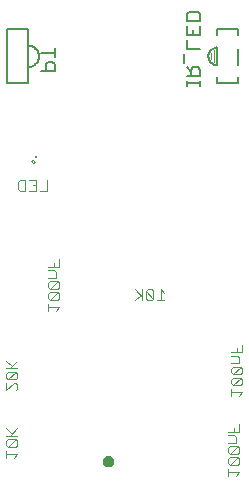
<source format=gbo>
G75*
%MOIN*%
%OFA0B0*%
%FSLAX24Y24*%
%IPPOS*%
%LPD*%
%AMOC8*
5,1,8,0,0,1.08239X$1,22.5*
%
%ADD10C,0.0160*%
%ADD11C,0.0025*%
%ADD12C,0.0098*%
%ADD13C,0.0040*%
%ADD14C,0.0060*%
%ADD15C,0.0020*%
%ADD16C,0.0050*%
%ADD17C,0.0030*%
D10*
X003600Y000800D02*
X003602Y000820D01*
X003608Y000838D01*
X003617Y000856D01*
X003629Y000871D01*
X003644Y000883D01*
X003662Y000892D01*
X003680Y000898D01*
X003700Y000900D01*
X003720Y000898D01*
X003738Y000892D01*
X003756Y000883D01*
X003771Y000871D01*
X003783Y000856D01*
X003792Y000838D01*
X003798Y000820D01*
X003800Y000800D01*
X003798Y000780D01*
X003792Y000762D01*
X003783Y000744D01*
X003771Y000729D01*
X003756Y000717D01*
X003738Y000708D01*
X003720Y000702D01*
X003700Y000700D01*
X003680Y000702D01*
X003662Y000708D01*
X003644Y000717D01*
X003629Y000729D01*
X003617Y000744D01*
X003608Y000762D01*
X003602Y000780D01*
X003600Y000800D01*
D11*
X001210Y010731D02*
X001269Y010790D01*
X001200Y010859D01*
X001141Y010800D01*
X001210Y010731D01*
D12*
X001308Y010957D03*
D13*
X001312Y010180D02*
X001071Y010180D01*
X000943Y010180D02*
X000943Y009820D01*
X000763Y009820D01*
X000703Y009880D01*
X000703Y010120D01*
X000763Y010180D01*
X000943Y010180D01*
X001071Y009820D02*
X001312Y009820D01*
X001312Y010180D01*
X001312Y010000D02*
X001192Y010000D01*
X001440Y009820D02*
X001680Y009820D01*
X001680Y010180D01*
D14*
X001050Y013400D02*
X001050Y015200D01*
X000350Y015200D01*
X000350Y013400D01*
X001050Y013400D01*
X001050Y013950D02*
X001087Y013952D01*
X001123Y013958D01*
X001158Y013967D01*
X001192Y013980D01*
X001225Y013997D01*
X001256Y014017D01*
X001284Y014040D01*
X001310Y014066D01*
X001333Y014094D01*
X001353Y014125D01*
X001370Y014158D01*
X001383Y014192D01*
X001392Y014227D01*
X001398Y014263D01*
X001400Y014300D01*
X001398Y014337D01*
X001392Y014373D01*
X001383Y014408D01*
X001370Y014442D01*
X001353Y014475D01*
X001333Y014506D01*
X001310Y014534D01*
X001284Y014560D01*
X001256Y014583D01*
X001225Y014603D01*
X001192Y014620D01*
X001158Y014633D01*
X001123Y014642D01*
X001087Y014648D01*
X001050Y014650D01*
X007350Y014600D02*
X007350Y014000D01*
X007316Y014002D01*
X007283Y014008D01*
X007251Y014017D01*
X007220Y014030D01*
X007190Y014046D01*
X007163Y014065D01*
X007138Y014088D01*
X007115Y014113D01*
X007096Y014140D01*
X007080Y014170D01*
X007067Y014201D01*
X007058Y014233D01*
X007052Y014266D01*
X007050Y014300D01*
X007052Y014334D01*
X007058Y014367D01*
X007067Y014399D01*
X007080Y014430D01*
X007096Y014460D01*
X007115Y014487D01*
X007138Y014512D01*
X007163Y014535D01*
X007190Y014554D01*
X007220Y014570D01*
X007251Y014583D01*
X007283Y014592D01*
X007316Y014598D01*
X007350Y014600D01*
X007350Y015000D02*
X007350Y015200D01*
X008050Y015200D01*
X008050Y015000D01*
X008050Y014550D02*
X008050Y014000D01*
X008050Y013600D02*
X008050Y013400D01*
X007350Y013400D01*
X007350Y013600D01*
D15*
X007250Y014100D02*
X007250Y014500D01*
X007150Y014400D02*
X007150Y014200D01*
D16*
X006775Y013857D02*
X006775Y013632D01*
X006325Y013632D01*
X006325Y013475D02*
X006325Y013325D01*
X006325Y013400D02*
X006775Y013400D01*
X006775Y013325D02*
X006775Y013475D01*
X006775Y013857D02*
X006700Y013932D01*
X006550Y013932D01*
X006475Y013857D01*
X006475Y013632D01*
X006475Y013782D02*
X006325Y013932D01*
X006250Y014092D02*
X006250Y014393D01*
X006325Y014553D02*
X006325Y014853D01*
X006325Y015013D02*
X006325Y015313D01*
X006325Y015473D02*
X006325Y015699D01*
X006400Y015774D01*
X006700Y015774D01*
X006775Y015699D01*
X006775Y015473D01*
X006325Y015473D01*
X006325Y015013D02*
X006775Y015013D01*
X006775Y015313D01*
X006550Y015163D02*
X006550Y015013D01*
X006775Y014553D02*
X006325Y014553D01*
X001925Y014565D02*
X001925Y014265D01*
X001925Y014415D02*
X001475Y014415D01*
X001700Y014104D02*
X001625Y014029D01*
X001625Y013804D01*
X001475Y013804D02*
X001925Y013804D01*
X001925Y014029D01*
X001850Y014104D01*
X001700Y014104D01*
D17*
X000315Y001162D02*
X000315Y000915D01*
X000315Y001038D02*
X000685Y001038D01*
X000562Y000915D01*
X000624Y001283D02*
X000685Y001345D01*
X000685Y001468D01*
X000624Y001530D01*
X000377Y001283D01*
X000315Y001345D01*
X000315Y001468D01*
X000377Y001530D01*
X000624Y001530D01*
X000685Y001652D02*
X000315Y001652D01*
X000500Y001713D02*
X000315Y001899D01*
X000438Y001652D02*
X000685Y001899D01*
X000624Y001283D02*
X000377Y001283D01*
X000315Y003165D02*
X000562Y003412D01*
X000624Y003412D01*
X000685Y003350D01*
X000685Y003227D01*
X000624Y003165D01*
X000624Y003533D02*
X000685Y003595D01*
X000685Y003718D01*
X000624Y003780D01*
X000377Y003533D01*
X000315Y003595D01*
X000315Y003718D01*
X000377Y003780D01*
X000624Y003780D01*
X000685Y003902D02*
X000315Y003902D01*
X000500Y003963D02*
X000315Y004149D01*
X000438Y003902D02*
X000685Y004149D01*
X000624Y003533D02*
X000377Y003533D01*
X000315Y003412D02*
X000315Y003165D01*
X001715Y005815D02*
X001715Y006062D01*
X001715Y005938D02*
X002085Y005938D01*
X001962Y005815D01*
X002024Y006183D02*
X002085Y006245D01*
X002085Y006368D01*
X002024Y006430D01*
X001777Y006183D01*
X001715Y006245D01*
X001715Y006368D01*
X001777Y006430D01*
X002024Y006430D01*
X002024Y006552D02*
X002085Y006613D01*
X002085Y006737D01*
X002024Y006799D01*
X001777Y006552D01*
X001715Y006613D01*
X001715Y006737D01*
X001777Y006799D01*
X002024Y006799D01*
X001962Y006920D02*
X001962Y007105D01*
X001900Y007167D01*
X001715Y007167D01*
X001715Y007288D02*
X002085Y007288D01*
X002085Y007535D01*
X001900Y007412D02*
X001900Y007288D01*
X001962Y006920D02*
X001715Y006920D01*
X001777Y006552D02*
X002024Y006552D01*
X002024Y006183D02*
X001777Y006183D01*
X004601Y006165D02*
X004787Y006350D01*
X004848Y006288D02*
X004601Y006535D01*
X004848Y006535D02*
X004848Y006165D01*
X004970Y006227D02*
X004970Y006474D01*
X005217Y006227D01*
X005155Y006165D01*
X005032Y006165D01*
X004970Y006227D01*
X004970Y006474D02*
X005032Y006535D01*
X005155Y006535D01*
X005217Y006474D01*
X005217Y006227D01*
X005338Y006165D02*
X005585Y006165D01*
X005462Y006165D02*
X005462Y006535D01*
X005585Y006412D01*
X007715Y001788D02*
X008085Y001788D01*
X008085Y002035D01*
X007900Y001667D02*
X007962Y001605D01*
X007962Y001420D01*
X007715Y001420D01*
X007777Y001299D02*
X007715Y001237D01*
X007715Y001113D01*
X007777Y001052D01*
X008024Y001299D01*
X007777Y001299D01*
X007777Y001052D02*
X008024Y001052D01*
X008085Y001113D01*
X008085Y001237D01*
X008024Y001299D01*
X008024Y000930D02*
X007777Y000683D01*
X007715Y000745D01*
X007715Y000868D01*
X007777Y000930D01*
X008024Y000930D01*
X008085Y000868D01*
X008085Y000745D01*
X008024Y000683D01*
X007777Y000683D01*
X007715Y000562D02*
X007715Y000315D01*
X007715Y000438D02*
X008085Y000438D01*
X007962Y000315D01*
X007900Y001667D02*
X007715Y001667D01*
X007900Y001788D02*
X007900Y001912D01*
X007815Y002973D02*
X007815Y003220D01*
X007815Y003097D02*
X008185Y003097D01*
X008062Y002973D01*
X008124Y003342D02*
X007877Y003342D01*
X008124Y003589D01*
X007877Y003589D01*
X007815Y003527D01*
X007815Y003403D01*
X007877Y003342D01*
X007877Y003710D02*
X007815Y003772D01*
X007815Y003895D01*
X007877Y003957D01*
X008124Y003957D01*
X007877Y003710D01*
X008124Y003710D01*
X008185Y003772D01*
X008185Y003895D01*
X008124Y003957D01*
X008062Y004078D02*
X008062Y004264D01*
X008000Y004325D01*
X007815Y004325D01*
X007815Y004447D02*
X008185Y004447D01*
X008185Y004694D01*
X008000Y004570D02*
X008000Y004447D01*
X008062Y004078D02*
X007815Y004078D01*
X008124Y003589D02*
X008185Y003527D01*
X008185Y003403D01*
X008124Y003342D01*
M02*

</source>
